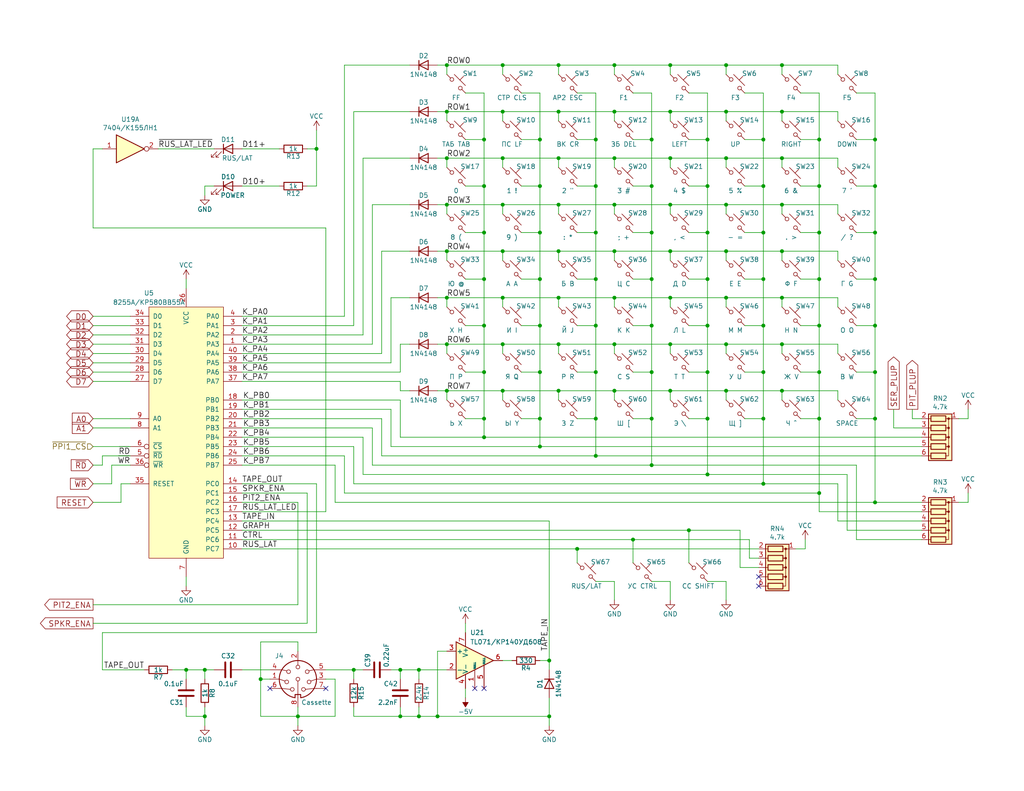
<source format=kicad_sch>
(kicad_sch (version 20211123) (generator eeschema)
  (paper "USLetter")
  (title_block (title "Radio-86RK") (date "2022-05-13") (rev "1.3") (company "Designed by Sergey Kiselev") (comment 1 "Based on the previous work by Alexey Khudyakov and Radio magazine publications") (comment 2 "Licensed under CERN-OHL-S: https://cern-ohl.web.cern.ch") (comment 3 "Documentation and design files: https://github.com/skiselev/radio-86rk") (comment 4 "Radio-86RK is an open source hardware project"))
  (junction (at 182.88 30.48))
  (junction (at 167.64 55.88))
  (junction (at 208.28 63.5))
  (junction (at 147.32 121.92))
  (junction (at 81.28 195.58))
  (junction (at 132.08 101.6))
  (junction (at 149.86 195.58))
  (junction (at 238.76 114.3))
  (junction (at 114.3 182.88))
  (junction (at 121.92 55.88))
  (junction (at 121.92 43.18))
  (junction (at 167.64 17.78))
  (junction (at 152.4 106.68))
  (junction (at 71.12 185.42))
  (junction (at 55.88 182.88))
  (junction (at 213.36 93.98))
  (junction (at 198.12 17.78))
  (junction (at 208.28 114.3))
  (junction (at 182.88 68.58))
  (junction (at 162.56 63.5))
  (junction (at 119.38 195.58))
  (junction (at 55.88 195.58))
  (junction (at 167.64 93.98))
  (junction (at 223.52 114.3))
  (junction (at 213.36 43.18))
  (junction (at 167.64 68.58))
  (junction (at 121.92 81.28))
  (junction (at 187.96 144.78))
  (junction (at 147.32 63.5))
  (junction (at 167.64 106.68))
  (junction (at 182.88 17.78))
  (junction (at 137.16 30.48))
  (junction (at 193.04 114.3))
  (junction (at 223.52 50.8))
  (junction (at 132.08 114.3))
  (junction (at 177.8 88.9))
  (junction (at 238.76 76.2))
  (junction (at 193.04 76.2))
  (junction (at 137.16 43.18))
  (junction (at 147.32 114.3))
  (junction (at 198.12 30.48))
  (junction (at 152.4 68.58))
  (junction (at 177.8 50.8))
  (junction (at 109.22 195.58))
  (junction (at 238.76 101.6))
  (junction (at 114.3 195.58))
  (junction (at 223.52 134.62))
  (junction (at 162.56 50.8))
  (junction (at 162.56 88.9))
  (junction (at 162.56 114.3))
  (junction (at 132.08 88.9))
  (junction (at 198.12 93.98))
  (junction (at 147.32 88.9))
  (junction (at 208.28 88.9))
  (junction (at 121.92 68.58))
  (junction (at 167.64 30.48))
  (junction (at 223.52 76.2))
  (junction (at 96.52 182.88))
  (junction (at 162.56 101.6))
  (junction (at 193.04 88.9))
  (junction (at 137.16 55.88))
  (junction (at 167.64 81.28))
  (junction (at 193.04 63.5))
  (junction (at 132.08 119.38))
  (junction (at 182.88 43.18))
  (junction (at 162.56 124.46))
  (junction (at 193.04 38.1))
  (junction (at 182.88 81.28))
  (junction (at 177.8 38.1))
  (junction (at 208.28 38.1))
  (junction (at 109.22 182.88))
  (junction (at 137.16 17.78))
  (junction (at 152.4 93.98))
  (junction (at 121.92 17.78))
  (junction (at 177.8 63.5))
  (junction (at 198.12 55.88))
  (junction (at 152.4 81.28))
  (junction (at 193.04 50.8))
  (junction (at 86.36 40.64))
  (junction (at 238.76 63.5))
  (junction (at 182.88 93.98))
  (junction (at 223.52 88.9))
  (junction (at 208.28 132.08))
  (junction (at 213.36 30.48))
  (junction (at 162.56 38.1))
  (junction (at 238.76 88.9))
  (junction (at 238.76 50.8))
  (junction (at 137.16 93.98))
  (junction (at 132.08 63.5))
  (junction (at 213.36 17.78))
  (junction (at 152.4 43.18))
  (junction (at 198.12 43.18))
  (junction (at 172.72 147.32))
  (junction (at 152.4 30.48))
  (junction (at 132.08 50.8))
  (junction (at 167.64 43.18))
  (junction (at 223.52 38.1))
  (junction (at 147.32 101.6))
  (junction (at 177.8 114.3))
  (junction (at 147.32 38.1))
  (junction (at 193.04 129.54))
  (junction (at 147.32 50.8))
  (junction (at 177.8 101.6))
  (junction (at 198.12 68.58))
  (junction (at 137.16 106.68))
  (junction (at 198.12 106.68))
  (junction (at 152.4 17.78))
  (junction (at 208.28 76.2))
  (junction (at 121.92 106.68))
  (junction (at 121.92 30.48))
  (junction (at 132.08 38.1))
  (junction (at 238.76 137.16))
  (junction (at 162.56 76.2))
  (junction (at 149.86 180.34))
  (junction (at 238.76 38.1))
  (junction (at 223.52 101.6))
  (junction (at 198.12 81.28))
  (junction (at 50.8 182.88))
  (junction (at 208.28 101.6))
  (junction (at 213.36 68.58))
  (junction (at 213.36 81.28))
  (junction (at 182.88 106.68))
  (junction (at 208.28 50.8))
  (junction (at 213.36 106.68))
  (junction (at 182.88 55.88))
  (junction (at 177.8 76.2))
  (junction (at 223.52 63.5))
  (junction (at 132.08 76.2))
  (junction (at 152.4 55.88))
  (junction (at 157.48 149.86))
  (junction (at 121.92 93.98))
  (junction (at 213.36 55.88))
  (junction (at 147.32 76.2))
  (junction (at 137.16 81.28))
  (junction (at 177.8 127))
  (junction (at 137.16 68.58))
  (junction (at 193.04 101.6))
  (no_connect (at 129.54 187.96))
  (no_connect (at 88.9 187.96))
  (no_connect (at 207.01 160.02))
  (no_connect (at 132.08 187.96))
  (no_connect (at 207.01 157.48))
  (no_connect (at 73.66 187.96))
  (wire (pts (xy 208.28 101.6) (xy 208.28 114.3)))
  (wire (pts (xy 152.4 93.98) (xy 167.64 93.98)))
  (wire (pts (xy 218.44 101.6) (xy 223.52 101.6)))
  (wire (pts (xy 132.08 119.38) (xy 251.46 119.38)))
  (wire (pts (xy 177.8 25.4) (xy 177.8 38.1)))
  (wire (pts (xy 203.2 38.1) (xy 208.28 38.1)))
  (wire (pts (xy 172.72 63.5) (xy 177.8 63.5)))
  (wire (pts (xy 203.2 25.4) (xy 208.28 25.4)))
  (wire (pts (xy 66.04 111.76) (xy 106.68 111.76)))
  (wire (pts (xy 71.12 185.42) (xy 71.12 175.26)))
  (wire (pts (xy 167.64 43.18) (xy 182.88 43.18)))
  (wire (pts (xy 207.01 152.4) (xy 204.47 152.4)))
  (wire (pts (xy 132.08 88.9) (xy 132.08 101.6)))
  (wire (pts (xy 58.42 40.64) (xy 43.18 40.64)))
  (wire (pts (xy 198.12 83.82) (xy 198.12 81.28)))
  (wire (pts (xy 33.02 137.16) (xy 33.02 132.08)))
  (wire (pts (xy 213.36 106.68) (xy 228.6 106.68)))
  (wire (pts (xy 149.86 142.24) (xy 149.86 180.34)))
  (wire (pts (xy 137.16 33.02) (xy 137.16 30.48)))
  (wire (pts (xy 147.32 121.92) (xy 147.32 114.3)))
  (wire (pts (xy 106.68 99.06) (xy 66.04 99.06)))
  (wire (pts (xy 106.68 121.92) (xy 147.32 121.92)))
  (wire (pts (xy 93.98 17.78) (xy 111.76 17.78)))
  (wire (pts (xy 121.92 33.02) (xy 121.92 30.48)))
  (wire (pts (xy 198.12 93.98) (xy 213.36 93.98)))
  (wire (pts (xy 132.08 76.2) (xy 132.08 88.9)))
  (wire (pts (xy 99.06 91.44) (xy 66.04 91.44)))
  (wire (pts (xy 137.16 96.52) (xy 137.16 93.98)))
  (wire (pts (xy 213.36 81.28) (xy 228.6 81.28)))
  (wire (pts (xy 177.8 158.75) (xy 182.88 158.75)))
  (wire (pts (xy 152.4 30.48) (xy 167.64 30.48)))
  (wire (pts (xy 114.3 195.58) (xy 114.3 193.04)))
  (wire (pts (xy 121.92 106.68) (xy 119.38 106.68)))
  (wire (pts (xy 223.52 88.9) (xy 223.52 101.6)))
  (wire (pts (xy 147.32 50.8) (xy 147.32 63.5)))
  (wire (pts (xy 213.36 55.88) (xy 228.6 55.88)))
  (wire (pts (xy 101.6 55.88) (xy 111.76 55.88)))
  (wire (pts (xy 177.8 101.6) (xy 177.8 114.3)))
  (wire (pts (xy 198.12 158.75) (xy 198.12 163.83)))
  (wire (pts (xy 132.08 25.4) (xy 132.08 38.1)))
  (wire (pts (xy 177.8 127) (xy 233.68 127)))
  (wire (pts (xy 104.14 68.58) (xy 111.76 68.58)))
  (wire (pts (xy 66.04 147.32) (xy 172.72 147.32)))
  (wire (pts (xy 55.88 193.04) (xy 55.88 195.58)))
  (wire (pts (xy 66.04 96.52) (xy 104.14 96.52)))
  (wire (pts (xy 251.46 137.16) (xy 238.76 137.16)))
  (wire (pts (xy 238.76 25.4) (xy 238.76 38.1)))
  (wire (pts (xy 231.14 144.78) (xy 251.46 144.78)))
  (wire (pts (xy 198.12 71.12) (xy 198.12 68.58)))
  (wire (pts (xy 157.48 50.8) (xy 162.56 50.8)))
  (wire (pts (xy 162.56 38.1) (xy 162.56 50.8)))
  (wire (pts (xy 213.36 96.52) (xy 213.36 93.98)))
  (wire (pts (xy 233.68 101.6) (xy 238.76 101.6)))
  (wire (pts (xy 157.48 114.3) (xy 162.56 114.3)))
  (wire (pts (xy 109.22 104.14) (xy 109.22 106.68)))
  (wire (pts (xy 213.36 30.48) (xy 228.6 30.48)))
  (wire (pts (xy 109.22 119.38) (xy 132.08 119.38)))
  (wire (pts (xy 73.66 185.42) (xy 71.12 185.42)))
  (wire (pts (xy 233.68 147.32) (xy 251.46 147.32)))
  (wire (pts (xy 83.82 134.62) (xy 83.82 170.18)))
  (wire (pts (xy 91.44 127) (xy 91.44 137.16)))
  (wire (pts (xy 149.86 190.5) (xy 149.86 195.58)))
  (wire (pts (xy 261.62 137.16) (xy 264.16 137.16)))
  (wire (pts (xy 96.52 182.88) (xy 96.52 185.42)))
  (wire (pts (xy 167.64 33.02) (xy 167.64 30.48)))
  (wire (pts (xy 106.68 81.28) (xy 111.76 81.28)))
  (wire (pts (xy 109.22 195.58) (xy 114.3 195.58)))
  (wire (pts (xy 193.04 38.1) (xy 193.04 50.8)))
  (wire (pts (xy 218.44 76.2) (xy 223.52 76.2)))
  (wire (pts (xy 182.88 109.22) (xy 182.88 106.68)))
  (wire (pts (xy 213.36 17.78) (xy 228.6 17.78)))
  (wire (pts (xy 233.68 114.3) (xy 238.76 114.3)))
  (wire (pts (xy 142.24 76.2) (xy 147.32 76.2)))
  (wire (pts (xy 101.6 55.88) (xy 101.6 93.98)))
  (wire (pts (xy 109.22 101.6) (xy 66.04 101.6)))
  (wire (pts (xy 182.88 17.78) (xy 198.12 17.78)))
  (wire (pts (xy 233.68 88.9) (xy 238.76 88.9)))
  (wire (pts (xy 193.04 101.6) (xy 193.04 114.3)))
  (wire (pts (xy 157.48 38.1) (xy 162.56 38.1)))
  (wire (pts (xy 25.4 127) (xy 27.94 127)))
  (wire (pts (xy 96.52 30.48) (xy 96.52 88.9)))
  (wire (pts (xy 50.8 182.88) (xy 55.88 182.88)))
  (wire (pts (xy 142.24 63.5) (xy 147.32 63.5)))
  (wire (pts (xy 261.62 114.3) (xy 264.16 114.3)))
  (wire (pts (xy 182.88 33.02) (xy 182.88 30.48)))
  (wire (pts (xy 187.96 114.3) (xy 193.04 114.3)))
  (wire (pts (xy 228.6 132.08) (xy 228.6 142.24)))
  (wire (pts (xy 88.9 139.7) (xy 88.9 62.23)))
  (wire (pts (xy 218.44 88.9) (xy 223.52 88.9)))
  (wire (pts (xy 132.08 119.38) (xy 132.08 114.3)))
  (wire (pts (xy 86.36 40.64) (xy 86.36 50.8)))
  (wire (pts (xy 233.68 25.4) (xy 238.76 25.4)))
  (wire (pts (xy 167.64 45.72) (xy 167.64 43.18)))
  (wire (pts (xy 187.96 50.8) (xy 193.04 50.8)))
  (wire (pts (xy 99.06 43.18) (xy 111.76 43.18)))
  (wire (pts (xy 152.4 71.12) (xy 152.4 68.58)))
  (wire (pts (xy 152.4 83.82) (xy 152.4 81.28)))
  (wire (pts (xy 93.98 86.36) (xy 93.98 17.78)))
  (wire (pts (xy 114.3 182.88) (xy 121.92 182.88)))
  (wire (pts (xy 167.64 68.58) (xy 182.88 68.58)))
  (wire (pts (xy 167.64 17.78) (xy 182.88 17.78)))
  (wire (pts (xy 86.36 132.08) (xy 86.36 172.72)))
  (wire (pts (xy 50.8 185.42) (xy 50.8 182.88)))
  (wire (pts (xy 152.4 45.72) (xy 152.4 43.18)))
  (wire (pts (xy 167.64 71.12) (xy 167.64 68.58)))
  (wire (pts (xy 66.04 124.46) (xy 93.98 124.46)))
  (wire (pts (xy 109.22 93.98) (xy 111.76 93.98)))
  (wire (pts (xy 127 76.2) (xy 132.08 76.2)))
  (wire (pts (xy 83.82 170.18) (xy 25.4 170.18)))
  (wire (pts (xy 167.64 83.82) (xy 167.64 81.28)))
  (wire (pts (xy 182.88 55.88) (xy 198.12 55.88)))
  (wire (pts (xy 137.16 180.34) (xy 139.7 180.34)))
  (wire (pts (xy 121.92 55.88) (xy 119.38 55.88)))
  (wire (pts (xy 66.04 114.3) (xy 104.14 114.3)))
  (wire (pts (xy 127 25.4) (xy 132.08 25.4)))
  (wire (pts (xy 142.24 38.1) (xy 147.32 38.1)))
  (wire (pts (xy 208.28 88.9) (xy 208.28 101.6)))
  (wire (pts (xy 147.32 25.4) (xy 147.32 38.1)))
  (wire (pts (xy 149.86 195.58) (xy 149.86 198.12)))
  (wire (pts (xy 203.2 76.2) (xy 208.28 76.2)))
  (wire (pts (xy 219.71 147.32) (xy 219.71 149.86)))
  (wire (pts (xy 217.17 149.86) (xy 219.71 149.86)))
  (wire (pts (xy 157.48 25.4) (xy 162.56 25.4)))
  (wire (pts (xy 55.88 182.88) (xy 58.42 182.88)))
  (wire (pts (xy 66.04 137.16) (xy 81.28 137.16)))
  (wire (pts (xy 233.68 50.8) (xy 238.76 50.8)))
  (wire (pts (xy 66.04 134.62) (xy 83.82 134.62)))
  (wire (pts (xy 88.9 62.23) (xy 25.4 62.23)))
  (wire (pts (xy 121.92 17.78) (xy 137.16 17.78)))
  (wire (pts (xy 114.3 195.58) (xy 119.38 195.58)))
  (wire (pts (xy 109.22 182.88) (xy 114.3 182.88)))
  (wire (pts (xy 121.92 58.42) (xy 121.92 55.88)))
  (wire (pts (xy 201.93 154.94) (xy 201.93 144.78)))
  (wire (pts (xy 172.72 88.9) (xy 177.8 88.9)))
  (wire (pts (xy 187.96 38.1) (xy 193.04 38.1)))
  (wire (pts (xy 238.76 137.16) (xy 238.76 114.3)))
  (wire (pts (xy 121.92 30.48) (xy 137.16 30.48)))
  (wire (pts (xy 25.4 116.84) (xy 35.56 116.84)))
  (wire (pts (xy 203.2 63.5) (xy 208.28 63.5)))
  (wire (pts (xy 187.96 25.4) (xy 193.04 25.4)))
  (wire (pts (xy 86.36 35.56) (xy 86.36 40.64)))
  (wire (pts (xy 213.36 71.12) (xy 213.36 68.58)))
  (wire (pts (xy 238.76 50.8) (xy 238.76 63.5)))
  (wire (pts (xy 66.04 109.22) (xy 109.22 109.22)))
  (wire (pts (xy 30.48 132.08) (xy 30.48 127)))
  (wire (pts (xy 71.12 195.58) (xy 71.12 185.42)))
  (wire (pts (xy 137.16 81.28) (xy 152.4 81.28)))
  (wire (pts (xy 228.6 30.48) (xy 228.6 33.02)))
  (wire (pts (xy 162.56 25.4) (xy 162.56 38.1)))
  (wire (pts (xy 177.8 63.5) (xy 177.8 76.2)))
  (wire (pts (xy 91.44 137.16) (xy 238.76 137.16)))
  (wire (pts (xy 66.04 104.14) (xy 109.22 104.14)))
  (wire (pts (xy 55.88 50.8) (xy 55.88 53.34)))
  (wire (pts (xy 177.8 38.1) (xy 177.8 50.8)))
  (wire (pts (xy 251.46 116.84) (xy 243.84 116.84)))
  (wire (pts (xy 58.42 50.8) (xy 55.88 50.8)))
  (wire (pts (xy 193.04 50.8) (xy 193.04 63.5)))
  (wire (pts (xy 223.52 38.1) (xy 223.52 50.8)))
  (wire (pts (xy 109.22 101.6) (xy 109.22 93.98)))
  (wire (pts (xy 231.14 129.54) (xy 231.14 144.78)))
  (wire (pts (xy 101.6 127) (xy 177.8 127)))
  (wire (pts (xy 66.04 139.7) (xy 88.9 139.7)))
  (wire (pts (xy 66.04 86.36) (xy 93.98 86.36)))
  (wire (pts (xy 127 63.5) (xy 132.08 63.5)))
  (wire (pts (xy 137.16 71.12) (xy 137.16 68.58)))
  (wire (pts (xy 162.56 88.9) (xy 162.56 101.6)))
  (wire (pts (xy 264.16 137.16) (xy 264.16 134.62)))
  (wire (pts (xy 157.48 63.5) (xy 162.56 63.5)))
  (wire (pts (xy 162.56 124.46) (xy 251.46 124.46)))
  (wire (pts (xy 213.36 58.42) (xy 213.36 55.88)))
  (wire (pts (xy 55.88 198.12) (xy 55.88 195.58)))
  (wire (pts (xy 193.04 129.54) (xy 193.04 114.3)))
  (wire (pts (xy 27.94 182.88) (xy 27.94 172.72)))
  (wire (pts (xy 187.96 63.5) (xy 193.04 63.5)))
  (wire (pts (xy 182.88 93.98) (xy 182.88 96.52)))
  (wire (pts (xy 213.36 109.22) (xy 213.36 106.68)))
  (wire (pts (xy 198.12 58.42) (xy 198.12 55.88)))
  (wire (pts (xy 182.88 58.42) (xy 182.88 55.88)))
  (wire (pts (xy 228.6 81.28) (xy 228.6 83.82)))
  (wire (pts (xy 147.32 76.2) (xy 147.32 88.9)))
  (wire (pts (xy 193.04 25.4) (xy 193.04 38.1)))
  (wire (pts (xy 167.64 109.22) (xy 167.64 106.68)))
  (wire (pts (xy 119.38 30.48) (xy 121.92 30.48)))
  (wire (pts (xy 204.47 147.32) (xy 172.72 147.32)))
  (wire (pts (xy 81.28 195.58) (xy 91.44 195.58)))
  (wire (pts (xy 167.64 30.48) (xy 182.88 30.48)))
  (wire (pts (xy 147.32 38.1) (xy 147.32 50.8)))
  (wire (pts (xy 162.56 63.5) (xy 162.56 76.2)))
  (wire (pts (xy 213.36 33.02) (xy 213.36 30.48)))
  (wire (pts (xy 187.96 101.6) (xy 193.04 101.6)))
  (wire (pts (xy 149.86 180.34) (xy 149.86 182.88)))
  (wire (pts (xy 198.12 96.52) (xy 198.12 93.98)))
  (wire (pts (xy 182.88 81.28) (xy 198.12 81.28)))
  (wire (pts (xy 50.8 157.48) (xy 50.8 160.02)))
  (wire (pts (xy 50.8 193.04) (xy 50.8 195.58)))
  (wire (pts (xy 25.4 132.08) (xy 30.48 132.08)))
  (wire (pts (xy 177.8 50.8) (xy 177.8 63.5)))
  (wire (pts (xy 96.52 193.04) (xy 96.52 195.58)))
  (wire (pts (xy 121.92 20.32) (xy 121.92 17.78)))
  (wire (pts (xy 152.4 58.42) (xy 152.4 55.88)))
  (wire (pts (xy 198.12 20.32) (xy 198.12 17.78)))
  (wire (pts (xy 142.24 88.9) (xy 147.32 88.9)))
  (wire (pts (xy 213.36 45.72) (xy 213.36 43.18)))
  (wire (pts (xy 172.72 25.4) (xy 177.8 25.4)))
  (wire (pts (xy 114.3 182.88) (xy 114.3 185.42)))
  (wire (pts (xy 193.04 129.54) (xy 231.14 129.54)))
  (wire (pts (xy 238.76 38.1) (xy 238.76 50.8)))
  (wire (pts (xy 228.6 68.58) (xy 228.6 71.12)))
  (wire (pts (xy 83.82 40.64) (xy 86.36 40.64)))
  (wire (pts (xy 121.92 93.98) (xy 137.16 93.98)))
  (wire (pts (xy 66.04 149.86) (xy 157.48 149.86)))
  (wire (pts (xy 25.4 40.64) (xy 27.94 40.64)))
  (wire (pts (xy 238.76 76.2) (xy 238.76 88.9)))
  (wire (pts (xy 27.94 172.72) (xy 86.36 172.72)))
  (wire (pts (xy 248.92 114.3) (xy 248.92 111.76)))
  (wire (pts (xy 223.52 25.4) (xy 223.52 38.1)))
  (wire (pts (xy 152.4 17.78) (xy 167.64 17.78)))
  (wire (pts (xy 208.28 132.08) (xy 228.6 132.08)))
  (wire (pts (xy 121.92 68.58) (xy 119.38 68.58)))
  (wire (pts (xy 50.8 195.58) (xy 55.88 195.58)))
  (wire (pts (xy 25.4 101.6) (xy 35.56 101.6)))
  (wire (pts (xy 27.94 124.46) (xy 35.56 124.46)))
  (wire (pts (xy 172.72 101.6) (xy 177.8 101.6)))
  (wire (pts (xy 99.06 129.54) (xy 193.04 129.54)))
  (wire (pts (xy 137.16 58.42) (xy 137.16 55.88)))
  (wire (pts (xy 142.24 114.3) (xy 147.32 114.3)))
  (wire (pts (xy 182.88 106.68) (xy 198.12 106.68)))
  (wire (pts (xy 119.38 17.78) (xy 121.92 17.78)))
  (wire (pts (xy 228.6 43.18) (xy 228.6 45.72)))
  (wire (pts (xy 187.96 88.9) (xy 193.04 88.9)))
  (wire (pts (xy 223.52 101.6) (xy 223.52 114.3)))
  (wire (pts (xy 152.4 55.88) (xy 167.64 55.88)))
  (wire (pts (xy 198.12 30.48) (xy 213.36 30.48)))
  (wire (pts (xy 25.4 88.9) (xy 35.56 88.9)))
  (wire (pts (xy 96.52 132.08) (xy 208.28 132.08)))
  (wire (pts (xy 76.2 50.8) (xy 66.04 50.8)))
  (wire (pts (xy 137.16 55.88) (xy 152.4 55.88)))
  (wire (pts (xy 167.64 106.68) (xy 182.88 106.68)))
  (wire (pts (xy 142.24 101.6) (xy 147.32 101.6)))
  (wire (pts (xy 187.96 76.2) (xy 193.04 76.2)))
  (wire (pts (xy 208.28 50.8) (xy 208.28 63.5)))
  (wire (pts (xy 25.4 121.92) (xy 35.56 121.92)))
  (wire (pts (xy 66.04 182.88) (xy 73.66 182.88)))
  (wire (pts (xy 81.28 165.1) (xy 25.4 165.1)))
  (wire (pts (xy 223.52 63.5) (xy 223.52 76.2)))
  (wire (pts (xy 137.16 83.82) (xy 137.16 81.28)))
  (wire (pts (xy 152.4 43.18) (xy 167.64 43.18)))
  (wire (pts (xy 25.4 86.36) (xy 35.56 86.36)))
  (wire (pts (xy 218.44 50.8) (xy 223.52 50.8)))
  (wire (pts (xy 182.88 158.75) (xy 182.88 163.83)))
  (wire (pts (xy 137.16 43.18) (xy 152.4 43.18)))
  (wire (pts (xy 182.88 43.18) (xy 198.12 43.18)))
  (wire (pts (xy 137.16 20.32) (xy 137.16 17.78)))
  (wire (pts (xy 66.04 116.84) (xy 101.6 116.84)))
  (wire (pts (xy 147.32 180.34) (xy 149.86 180.34)))
  (wire (pts (xy 152.4 81.28) (xy 167.64 81.28)))
  (wire (pts (xy 238.76 101.6) (xy 238.76 114.3)))
  (wire (pts (xy 50.8 76.2) (xy 50.8 78.74)))
  (wire (pts (xy 106.68 182.88) (xy 109.22 182.88)))
  (wire (pts (xy 162.56 76.2) (xy 162.56 88.9)))
  (wire (pts (xy 243.84 116.84) (xy 243.84 111.76)))
  (wire (pts (xy 152.4 33.02) (xy 152.4 30.48)))
  (wire (pts (xy 182.88 71.12) (xy 182.88 68.58)))
  (wire (pts (xy 172.72 114.3) (xy 177.8 114.3)))
  (wire (pts (xy 193.04 88.9) (xy 193.04 101.6)))
  (wire (pts (xy 132.08 38.1) (xy 132.08 50.8)))
  (wire (pts (xy 33.02 132.08) (xy 35.56 132.08)))
  (wire (pts (xy 193.04 76.2) (xy 193.04 88.9)))
  (wire (pts (xy 182.88 45.72) (xy 182.88 43.18)))
  (wire (pts (xy 121.92 109.22) (xy 121.92 106.68)))
  (wire (pts (xy 127 114.3) (xy 132.08 114.3)))
  (wire (pts (xy 167.64 20.32) (xy 167.64 17.78)))
  (wire (pts (xy 238.76 88.9) (xy 238.76 101.6)))
  (wire (pts (xy 203.2 88.9) (xy 208.28 88.9)))
  (wire (pts (xy 30.48 127) (xy 35.56 127)))
  (wire (pts (xy 66.04 144.78) (xy 187.96 144.78)))
  (wire (pts (xy 27.94 127) (xy 27.94 124.46)))
  (wire (pts (xy 172.72 50.8) (xy 177.8 50.8)))
  (wire (pts (xy 182.88 83.82) (xy 182.88 81.28)))
  (wire (pts (xy 25.4 93.98) (xy 35.56 93.98)))
  (wire (pts (xy 203.2 101.6) (xy 208.28 101.6)))
  (wire (pts (xy 66.04 121.92) (xy 96.52 121.92)))
  (wire (pts (xy 25.4 99.06) (xy 35.56 99.06)))
  (wire (pts (xy 132.08 101.6) (xy 132.08 114.3)))
  (wire (pts (xy 162.56 50.8) (xy 162.56 63.5)))
  (wire (pts (xy 157.48 101.6) (xy 162.56 101.6)))
  (wire (pts (xy 127 101.6) (xy 132.08 101.6)))
  (wire (pts (xy 127 187.96) (xy 127 190.5)))
  (wire (pts (xy 101.6 116.84) (xy 101.6 127)))
  (wire (pts (xy 83.82 50.8) (xy 86.36 50.8)))
  (wire (pts (xy 167.64 58.42) (xy 167.64 55.88)))
  (wire (pts (xy 132.08 63.5) (xy 132.08 76.2)))
  (wire (pts (xy 121.92 43.18) (xy 137.16 43.18)))
  (wire (pts (xy 218.44 25.4) (xy 223.52 25.4)))
  (wire (pts (xy 238.76 63.5) (xy 238.76 76.2)))
  (wire (pts (xy 223.52 76.2) (xy 223.52 88.9)))
  (wire (pts (xy 121.92 71.12) (xy 121.92 68.58)))
  (wire (pts (xy 208.28 63.5) (xy 208.28 76.2)))
  (wire (pts (xy 213.36 43.18) (xy 228.6 43.18)))
  (wire (pts (xy 93.98 124.46) (xy 93.98 134.62)))
  (wire (pts (xy 25.4 137.16) (xy 33.02 137.16)))
  (wire (pts (xy 88.9 182.88) (xy 96.52 182.88)))
  (wire (pts (xy 167.64 96.52) (xy 167.64 93.98)))
  (wire (pts (xy 193.04 63.5) (xy 193.04 76.2)))
  (wire (pts (xy 208.28 76.2) (xy 208.28 88.9)))
  (wire (pts (xy 147.32 101.6) (xy 147.32 114.3)))
  (wire (pts (xy 46.99 182.88) (xy 50.8 182.88)))
  (wire (pts (xy 228.6 55.88) (xy 228.6 58.42)))
  (wire (pts (xy 104.14 124.46) (xy 162.56 124.46)))
  (wire (pts (xy 93.98 134.62) (xy 223.52 134.62)))
  (wire (pts (xy 96.52 88.9) (xy 66.04 88.9)))
  (wire (pts (xy 91.44 195.58) (xy 91.44 185.42)))
  (wire (pts (xy 213.36 93.98) (xy 228.6 93.98)))
  (wire (pts (xy 208.28 132.08) (xy 208.28 114.3)))
  (wire (pts (xy 109.22 182.88) (xy 109.22 185.42)))
  (wire (pts (xy 157.48 88.9) (xy 162.56 88.9)))
  (wire (pts (xy 187.96 144.78) (xy 187.96 153.67)))
  (wire (pts (xy 39.37 182.88) (xy 27.94 182.88)))
  (wire (pts (xy 127 50.8) (xy 132.08 50.8)))
  (wire (pts (xy 137.16 109.22) (xy 137.16 106.68)))
  (wire (pts (xy 127 170.18) (xy 127 172.72)))
  (wire (pts (xy 25.4 114.3) (xy 35.56 114.3)))
  (wire (pts (xy 207.01 154.94) (xy 201.93 154.94)))
  (wire (pts (xy 198.12 45.72) (xy 198.12 43.18)))
  (wire (pts (xy 182.88 93.98) (xy 198.12 93.98)))
  (wire (pts (xy 132.08 50.8) (xy 132.08 63.5)))
  (wire (pts (xy 66.04 132.08) (xy 86.36 132.08)))
  (wire (pts (xy 109.22 195.58) (xy 109.22 193.04)))
  (wire (pts (xy 25.4 91.44) (xy 35.56 91.44)))
  (wire (pts (xy 81.28 193.04) (xy 81.28 195.58)))
  (wire (pts (xy 121.92 68.58) (xy 137.16 68.58)))
  (wire (pts (xy 201.93 144.78) (xy 187.96 144.78)))
  (wire (pts (xy 162.56 124.46) (xy 162.56 114.3)))
  (wire (pts (xy 208.28 25.4) (xy 208.28 38.1)))
  (wire (pts (xy 162.56 158.75) (xy 167.64 158.75)))
  (wire (pts (xy 218.44 38.1) (xy 223.52 38.1)))
  (wire (pts (xy 106.68 111.76) (xy 106.68 121.92)))
  (wire (pts (xy 121.92 93.98) (xy 119.38 93.98)))
  (wire (pts (xy 157.48 149.86) (xy 157.48 153.67)))
  (wire (pts (xy 162.56 101.6) (xy 162.56 114.3)))
  (wire (pts (xy 104.14 96.52) (xy 104.14 68.58)))
  (wire (pts (xy 233.68 76.2) (xy 238.76 76.2)))
  (wire (pts (xy 218.44 63.5) (xy 223.52 63.5)))
  (wire (pts (xy 172.72 147.32) (xy 172.72 153.67)))
  (wire (pts (xy 213.36 68.58) (xy 228.6 68.58)))
  (wire (pts (xy 223.52 139.7) (xy 223.52 134.62)))
  (wire (pts (xy 152.4 68.58) (xy 167.64 68.58)))
  (wire (pts (xy 76.2 40.64) (xy 66.04 40.64)))
  (wire (pts (xy 137.16 106.68) (xy 152.4 106.68)))
  (wire (pts (xy 121.92 45.72) (xy 121.92 43.18)))
  (wire (pts (xy 167.64 158.75) (xy 167.64 163.83)))
  (wire (pts (xy 198.12 106.68) (xy 213.36 106.68)))
  (wire (pts (xy 152.4 93.98) (xy 152.4 96.52)))
  (wire (pts (xy 228.6 142.24) (xy 251.46 142.24)))
  (wire (pts (xy 223.52 50.8) (xy 223.52 63.5)))
  (wire (pts (xy 213.36 20.32) (xy 213.36 17.78)))
  (wire (pts (xy 25.4 104.14) (xy 35.56 104.14)))
  (wire (pts (xy 198.12 68.58) (xy 213.36 68.58)))
  (wire (pts (xy 198.12 55.88) (xy 213.36 55.88)))
  (wire (pts (xy 177.8 88.9) (xy 177.8 101.6)))
  (wire (pts (xy 66.04 142.24) (xy 149.86 142.24)))
  (wire (pts (xy 81.28 195.58) (xy 81.28 198.12)))
  (wire (pts (xy 172.72 38.1) (xy 177.8 38.1)))
  (wire (pts (xy 99.06 43.18) (xy 99.06 91.44)))
  (wire (pts (xy 96.52 182.88) (xy 99.06 182.88)))
  (wire (pts (xy 198.12 33.02) (xy 198.12 30.48)))
  (wire (pts (xy 142.24 25.4) (xy 147.32 25.4)))
  (wire (pts (xy 182.88 30.48) (xy 198.12 30.48)))
  (wire (pts (xy 198.12 17.78) (xy 213.36 17.78)))
  (wire (pts (xy 251.46 114.3) (xy 248.92 114.3)))
  (wire (pts (xy 198.12 81.28) (xy 213.36 81.28)))
  (wire (pts (xy 177.8 76.2) (xy 177.8 88.9)))
  (wire (pts (xy 121.92 96.52) (xy 121.92 93.98)))
  (wire (pts (xy 137.16 68.58) (xy 152.4 68.58)))
  (wire (pts (xy 182.88 20.32) (xy 182.88 17.78)))
  (wire (pts (xy 121.92 83.82) (xy 121.92 81.28)))
  (wire (pts (xy 152.4 20.32) (xy 152.4 17.78)))
  (wire (pts (xy 228.6 93.98) (xy 228.6 96.52)))
  (wire (pts (xy 119.38 177.8) (xy 119.38 195.58)))
  (wire (pts (xy 121.92 55.88) (xy 137.16 55.88)))
  (wire (pts (xy 223.52 134.62) (xy 223.52 114.3)))
  (wire (pts (xy 99.06 119.38) (xy 99.06 129.54)))
  (wire (pts (xy 203.2 114.3) (xy 208.28 114.3)))
  (wire (pts (xy 121.92 81.28) (xy 119.38 81.28)))
  (wire (pts (xy 228.6 106.68) (xy 228.6 109.22)))
  (wire (pts (xy 96.52 30.48) (xy 111.76 30.48)))
  (wire (pts (xy 121.92 177.8) (xy 119.38 177.8)))
  (wire (pts (xy 25.4 62.23) (xy 25.4 40.64)))
  (wire (pts (xy 167.64 81.28) (xy 182.88 81.28)))
  (wire (pts (xy 91.44 185.42) (xy 88.9 185.42)))
  (wire (pts (xy 137.16 17.78) (xy 152.4 17.78)))
  (wire (pts (xy 198.12 109.22) (xy 198.12 106.68)))
  (wire (pts (xy 264.16 114.3) (xy 264.16 111.76)))
  (wire (pts (xy 121.92 81.28) (xy 137.16 81.28)))
  (wire (pts (xy 233.68 38.1) (xy 238.76 38.1)))
  (wire (pts (xy 137.16 45.72) (xy 137.16 43.18)))
  (wire (pts (xy 121.92 43.18) (xy 119.38 43.18)))
  (wire (pts (xy 157.48 76.2) (xy 162.56 76.2)))
  (wire (pts (xy 81.28 175.26) (xy 81.28 177.8)))
  (wire (pts (xy 81.28 137.16) (xy 81.28 165.1)))
  (wire (pts (xy 55.88 182.88) (xy 55.88 185.42)))
  (wire (pts (xy 233.68 127) (xy 233.68 147.32)))
  (wire (pts (xy 104.14 114.3) (xy 104.14 124.46)))
  (wire (pts (xy 137.16 30.48) (xy 152.4 30.48)))
  (wire (pts (xy 177.8 127) (xy 177.8 114.3)))
  (wire (pts (xy 66.04 119.38) (xy 99.06 119.38)))
  (wire (pts (xy 208.28 38.1) (xy 208.28 50.8)))
  (wire (pts (xy 213.36 83.82) (xy 213.36 81.28)))
  (wire (pts (xy 101.6 93.98) (xy 66.04 93.98)))
  (wire (pts (xy 228.6 20.32) (xy 228.6 17.78)))
  (wire (pts (xy 182.88 68.58) (xy 198.12 68.58)))
  (wire (pts (xy 167.64 93.98) (xy 182.88 93.98)))
  (wire (pts (xy 71.12 175.26) (xy 81.28 175.26)))
  (wire (pts (xy 109.22 106.68) (xy 111.76 106.68)))
  (wire (pts (xy 204.47 152.4) (xy 204.47 147.32)))
  (wire (pts (xy 147.32 88.9) (xy 147.32 101.6)))
  (wire (pts (xy 127 88.9) (xy 132.08 88.9)))
  (wire (pts (xy 121.92 106.68) (xy 137.16 106.68)))
  (wire (pts (xy 251.46 139.7) (xy 223.52 139.7)))
  (wire (pts (xy 147.32 63.5) (xy 147.32 76.2)))
  (wire (pts (xy 172.72 76.2) (xy 177.8 76.2)))
  (wire (pts (xy 96.52 195.58) (xy 109.22 195.58)))
  (wire (pts (xy 218.44 114.3) (xy 223.52 114.3)))
  (wire (pts (xy 152.4 109.22) (xy 152.4 106.68)))
  (wire (pts (xy 66.04 127) (xy 91.44 127)))
  (wire (pts (xy 207.01 149.86) (xy 157.48 149.86)))
  (wire (pts (xy 193.04 158.75) (xy 198.12 158.75)))
  (wire (pts (xy 109.22 109.22) (xy 109.22 119.38)))
  (wire (pts (xy 96.52 121.92) (xy 96.52 132.08)))
  (wire (pts (xy 167.64 55.88) (xy 182.88 55.88)))
  (wire (pts (xy 25.4 96.52) (xy 35.56 96.52)))
  (wire (pts (xy 152.4 106.68) (xy 167.64 106.68)))
  (wire (pts (xy 119.38 195.58) (xy 149.86 195.58)))
  (wire (pts (xy 203.2 50.8) (xy 208.28 50.8)))
  (wire (pts (xy 127 38.1) (xy 132.08 38.1)))
  (wire (pts (xy 142.24 50.8) (xy 147.32 50.8)))
  (wire (pts (xy 137.16 93.98) (xy 152.4 93.98)))
  (wire (pts (xy 233.68 63.5) (xy 238.76 63.5)))
  (wire (pts (xy 81.28 195.58) (xy 71.12 195.58)))
  (wire (pts (xy 198.12 43.18) (xy 213.36 43.18)))
  (wire (pts (xy 106.68 81.28) (xy 106.68 99.06)))
  (wire (pts (xy 147.32 121.92) (xy 251.46 121.92)))
  (label "K_PB7" (at 73.66 127 180) (effects (font (size 1.524 1.524))))
  (label "D11+" (at 66.04 40.64 0) (effects (font (size 1.524 1.524))))
  (label "RUS_LAT_LED" (at 66.04 139.7 0) (effects (font (size 1.524 1.524))))
  (label "ROW2" (at 121.92 43.18 0) (effects (font (size 1.524 1.524))))
  (label "PIT2_ENA" (at 66.04 137.16 0) (effects (font (size 1.524 1.524))))
  (label "ROW5" (at 121.92 81.28 0) (effects (font (size 1.524 1.524))))
  (label "ROW0" (at 121.92 17.78 0) (effects (font (size 1.524 1.524))))
  (label "~{WR}" (at 35.56 127 180) (effects (font (size 1.524 1.524))))
  (label "K_PA4" (at 66.04 96.52 0) (effects (font (size 1.524 1.524))))
  (label "K_PB1" (at 73.66 111.76 180) (effects (font (size 1.524 1.524))))
  (label "K_PB2" (at 73.66 114.3 180) (effects (font (size 1.524 1.524))))
  (label "TAPE_IN" (at 66.04 142.24 0) (effects (font (size 1.524 1.524))))
  (label "K_PA7" (at 66.04 104.14 0) (effects (font (size 1.524 1.524))))
  (label "ROW4" (at 121.92 68.58 0) (effects (font (size 1.524 1.524))))
  (label "K_PB4" (at 73.66 119.38 180) (effects (font (size 1.524 1.524))))
  (label "GRAPH" (at 66.04 144.78 0) (effects (font (size 1.524 1.524))))
  (label "K_PB3" (at 73.66 116.84 180) (effects (font (size 1.524 1.524))))
  (label "RUS_LAT" (at 66.04 149.86 0) (effects (font (size 1.524 1.524))))
  (label "TAPE_OUT" (at 66.04 132.08 0) (effects (font (size 1.524 1.524))))
  (label "ROW6" (at 121.92 93.98 0) (effects (font (size 1.524 1.524))))
  (label "TAPE_IN" (at 149.86 177.8 90) (effects (font (size 1.524 1.524))))
  (label "K_PA6" (at 66.04 101.6 0) (effects (font (size 1.524 1.524))))
  (label "K_PA5" (at 66.04 99.06 0) (effects (font (size 1.524 1.524))))
  (label "K_PA1" (at 66.04 88.9 0) (effects (font (size 1.524 1.524))))
  (label "TAPE_OUT" (at 39.37 182.88 180) (effects (font (size 1.524 1.524))))
  (label "K_PB5" (at 73.66 121.92 180) (effects (font (size 1.524 1.524))))
  (label "SPKR_ENA" (at 66.04 134.62 0) (effects (font (size 1.524 1.524))))
  (label "ROW3" (at 121.92 55.88 0) (effects (font (size 1.524 1.524))))
  (label "D10+" (at 66.04 50.8 0) (effects (font (size 1.524 1.524))))
  (label "K_PA2" (at 66.04 91.44 0) (effects (font (size 1.524 1.524))))
  (label "K_PA0" (at 66.04 86.36 0) (effects (font (size 1.524 1.524))))
  (label "K_PB6" (at 73.66 124.46 180) (effects (font (size 1.524 1.524))))
  (label "ROW1" (at 121.92 30.48 0) (effects (font (size 1.524 1.524))))
  (label "~{RD}" (at 35.56 124.46 180) (effects (font (size 1.524 1.524))))
  (label "CTRL" (at 66.04 147.32 0) (effects (font (size 1.524 1.524))))
  (label "K_PB0" (at 73.66 109.22 180) (effects (font (size 1.524 1.524))))
  (label "ROW7" (at 121.92 106.68 0) (effects (font (size 1.524 1.524))))
  (label "~{RUS_LAT_LED}" (at 43.18 40.64 0) (effects (font (size 1.524 1.524))))
  (label "K_PA3" (at 66.04 93.98 0) (effects (font (size 1.524 1.524))))
  (global_label "SER_PLUP" (shape output) (at 243.84 111.76 90) (effects (font (size 1.524 1.524))) (property "Intersheet References" "${INTERSHEET_REFS}" (effects hide)))
  (global_label "A0" (shape input) (at 25.4 114.3 180) (effects (font (size 1.524 1.524))) (property "Intersheet References" "${INTERSHEET_REFS}" (effects hide)))
  (global_label "RESET" (shape input) (at 25.4 137.16 180) (effects (font (size 1.524 1.524))) (property "Intersheet References" "${INTERSHEET_REFS}" (effects hide)))
  (global_label "D0" (shape bidirectional) (at 25.4 86.36 180) (effects (font (size 1.524 1.524))) (property "Intersheet References" "${INTERSHEET_REFS}" (effects hide)))
  (global_label "D5" (shape bidirectional) (at 25.4 99.06 180) (effects (font (size 1.524 1.524))) (property "Intersheet References" "${INTERSHEET_REFS}" (effects hide)))
  (global_label "D1" (shape bidirectional) (at 25.4 88.9 180) (effects (font (size 1.524 1.524))) (property "Intersheet References" "${INTERSHEET_REFS}" (effects hide)))
  (global_label "~{WR}" (shape input) (at 25.4 132.08 180) (effects (font (size 1.524 1.524))) (property "Intersheet References" "${INTERSHEET_REFS}" (effects hide)))
  (global_label "A1" (shape input) (at 25.4 116.84 180) (effects (font (size 1.524 1.524))) (property "Intersheet References" "${INTERSHEET_REFS}" (effects hide)))
  (global_label "D3" (shape bidirectional) (at 25.4 93.98 180) (effects (font (size 1.524 1.524))) (property "Intersheet References" "${INTERSHEET_REFS}" (effects hide)))
  (global_label "D4" (shape bidirectional) (at 25.4 96.52 180) (effects (font (size 1.524 1.524))) (property "Intersheet References" "${INTERSHEET_REFS}" (effects hide)))
  (global_label "PIT2_ENA" (shape output) (at 25.4 165.1 180) (effects (font (size 1.524 1.524))) (property "Intersheet References" "${INTERSHEET_REFS}" (effects hide)))
  (global_label "PIT_PLUP" (shape output) (at 248.92 111.76 90) (effects (font (size 1.524 1.524))) (property "Intersheet References" "${INTERSHEET_REFS}" (effects hide)))
  (global_label "D6" (shape bidirectional) (at 25.4 101.6 180) (effects (font (size 1.524 1.524))) (property "Intersheet References" "${INTERSHEET_REFS}" (effects hide)))
  (global_label "~{RD}" (shape input) (at 25.4 127 180) (effects (font (size 1.524 1.524))) (property "Intersheet References" "${INTERSHEET_REFS}" (effects hide)))
  (global_label "D7" (shape bidirectional) (at 25.4 104.14 180) (effects (font (size 1.524 1.524))) (property "Intersheet References" "${INTERSHEET_REFS}" (effects hide)))
  (global_label "SPKR_ENA" (shape output) (at 25.4 170.18 180) (effects (font (size 1.524 1.524))) (property "Intersheet References" "${INTERSHEET_REFS}" (effects hide)))
  (global_label "D2" (shape bidirectional) (at 25.4 91.44 180) (effects (font (size 1.524 1.524))) (property "Intersheet References" "${INTERSHEET_REFS}" (effects hide)))
  (hierarchical_label "~{PPI1_CS}" (shape input) (at 25.4 121.92 180) (effects (font (size 1.524 1.524))))
  (symbol (lib_id "Switch:SW_Push_45deg") (at 124.46 22.86 0) (unit 1)
    (property "Reference" "SW1" (at 128.27 20.066 0))
    (property "Value" "FF" (at 124.46 26.67 0))
    (property "Footprint" "Cherry_MX:CHERRY_PCB_100H" (effects hide))
  )
  (symbol (lib_id "Switch:SW_Push_45deg") (at 139.7 22.86 0) (unit 1)
    (property "Reference" "SW2" (at 143.51 20.066 0))
    (property "Value" "СТР CLS" (at 139.7 26.67 0))
    (property "Footprint" "Cherry_MX:CHERRY_PCB_100H" (effects hide))
  )
  (symbol (lib_id "Switch:SW_Push_45deg") (at 139.7 35.56 0) (unit 1)
    (property "Reference" "SW10" (at 143.51 32.766 0))
    (property "Value" "ПС LF" (at 139.7 39.37 0))
    (property "Footprint" "Cherry_MX:CHERRY_PCB_100H" (effects hide))
  )
  (symbol (lib_id "Switch:SW_Push_45deg") (at 154.94 35.56 0) (unit 1)
    (property "Reference" "SW11" (at 158.75 32.766 0))
    (property "Value" "ВК CR" (at 154.94 39.37 0))
    (property "Footprint" "Cherry_MX:CHERRY_PCB_225H" (effects hide))
  )
  (symbol (lib_id "Switch:SW_Push_45deg") (at 154.94 22.86 0) (unit 1)
    (property "Reference" "SW3" (at 158.75 20.066 0))
    (property "Value" "АР2 ESC" (at 154.94 26.67 0))
    (property "Footprint" "Cherry_MX:CHERRY_PCB_100H" (effects hide))
  )
  (symbol (lib_id "Switch:SW_Push_45deg") (at 170.18 22.86 0) (unit 1)
    (property "Reference" "SW4" (at 173.99 20.066 0))
    (property "Value" "F1" (at 170.18 26.67 0))
    (property "Footprint" "Cherry_MX:CHERRY_PCB_100H" (effects hide))
  )
  (symbol (lib_id "Switch:SW_Push_45deg") (at 170.18 35.56 0) (unit 1)
    (property "Reference" "SW12" (at 173.99 32.766 0))
    (property "Value" "ЗБ DEL" (at 170.18 39.37 0))
    (property "Footprint" "Cherry_MX:CHERRY_PCB_100H" (effects hide))
  )
  (symbol (lib_id "Switch:SW_Push_45deg") (at 185.42 35.56 0) (unit 1)
    (property "Reference" "SW13" (at 189.23 32.766 0))
    (property "Value" "LEFT" (at 185.42 39.37 0))
    (property "Footprint" "Cherry_MX:CHERRY_PCB_100H" (effects hide))
  )
  (symbol (lib_id "Switch:SW_Push_45deg") (at 185.42 22.86 0) (unit 1)
    (property "Reference" "SW5" (at 189.23 20.066 0))
    (property "Value" "F2" (at 185.42 26.67 0))
    (property "Footprint" "Cherry_MX:CHERRY_PCB_100H" (effects hide))
  )
  (symbol (lib_id "Switch:SW_Push_45deg") (at 200.66 22.86 0) (unit 1)
    (property "Reference" "SW6" (at 204.47 20.066 0))
    (property "Value" "F3" (at 200.66 26.67 0))
    (property "Footprint" "Cherry_MX:CHERRY_PCB_100H" (effects hide))
  )
  (symbol (lib_id "Switch:SW_Push_45deg") (at 200.66 35.56 0) (unit 1)
    (property "Reference" "SW14" (at 204.47 32.766 0))
    (property "Value" "UP" (at 200.66 39.37 0))
    (property "Footprint" "Cherry_MX:CHERRY_PCB_100H" (effects hide))
  )
  (symbol (lib_id "Switch:SW_Push_45deg") (at 215.9 35.56 0) (unit 1)
    (property "Reference" "SW15" (at 219.71 32.766 0))
    (property "Value" "RIGHT" (at 215.9 39.37 0))
    (property "Footprint" "Cherry_MX:CHERRY_PCB_100H" (effects hide))
  )
  (symbol (lib_id "Switch:SW_Push_45deg") (at 215.9 22.86 0) (unit 1)
    (property "Reference" "SW7" (at 219.71 20.066 0))
    (property "Value" "F4" (at 215.9 26.67 0))
    (property "Footprint" "Cherry_MX:CHERRY_PCB_100H" (effects hide))
  )
  (symbol (lib_id "Switch:SW_Push_45deg") (at 124.46 35.56 0) (unit 1)
    (property "Reference" "SW9" (at 128.27 32.766 0))
    (property "Value" "ТАБ TAB" (at 124.46 39.37 0))
    (property "Footprint" "Cherry_MX:CHERRY_PCB_100H" (effects hide))
  )
  (symbol (lib_id "Switch:SW_Push_45deg") (at 231.14 35.56 0) (unit 1)
    (property "Reference" "SW16" (at 234.95 32.766 0))
    (property "Value" "DOWN" (at 231.14 39.37 0))
    (property "Footprint" "Cherry_MX:CHERRY_PCB_100H" (effects hide))
  )
  (symbol (lib_id "Switch:SW_Push_45deg") (at 124.46 48.26 0) (unit 1)
    (property "Reference" "SW17" (at 128.27 45.466 0))
    (property "Value" "0" (at 124.46 52.07 0))
    (property "Footprint" "Cherry_MX:CHERRY_PCB_100H" (effects hide))
  )
  (symbol (lib_id "Switch:SW_Push_45deg") (at 139.7 48.26 0) (unit 1)
    (property "Reference" "SW18" (at 143.51 45.466 0))
    (property "Value" "1 !" (at 139.7 52.07 0))
    (property "Footprint" "Cherry_MX:CHERRY_PCB_100H" (effects hide))
  )
  (symbol (lib_id "Switch:SW_Push_45deg") (at 154.94 48.26 0) (unit 1)
    (property "Reference" "SW19" (at 158.75 45.466 0))
    (property "Value" "2 \"" (at 154.94 52.07 0))
    (property "Footprint" "Cherry_MX:CHERRY_PCB_100H" (effects hide))
  )
  (symbol (lib_id "Switch:SW_Push_45deg") (at 139.7 60.96 0) (unit 1)
    (property "Reference" "SW26" (at 143.51 58.166 0))
    (property "Value" "9 )" (at 139.7 64.77 0))
    (property "Footprint" "Cherry_MX:CHERRY_PCB_100H" (effects hide))
  )
  (symbol (lib_id "Switch:SW_Push_45deg") (at 154.94 60.96 0) (unit 1)
    (property "Reference" "SW27" (at 158.75 58.166 0))
    (property "Value" ": *" (at 154.94 64.77 0))
    (property "Footprint" "Cherry_MX:CHERRY_PCB_100H" (effects hide))
  )
  (symbol (lib_id "Switch:SW_Push_45deg") (at 170.18 48.26 0) (unit 1)
    (property "Reference" "SW20" (at 173.99 45.466 0))
    (property "Value" "3 #" (at 170.18 52.07 0))
    (property "Footprint" "Cherry_MX:CHERRY_PCB_100H" (effects hide))
  )
  (symbol (lib_id "Switch:SW_Push_45deg") (at 185.42 48.26 0) (unit 1)
    (property "Reference" "SW21" (at 189.23 45.466 0))
    (property "Value" "4 $" (at 185.42 52.07 0))
    (property "Footprint" "Cherry_MX:CHERRY_PCB_100H" (effects hide))
  )
  (symbol (lib_id "Switch:SW_Push_45deg") (at 170.18 60.96 0) (unit 1)
    (property "Reference" "SW28" (at 173.99 58.166 0))
    (property "Value" "; +" (at 170.18 64.77 0))
    (property "Footprint" "Cherry_MX:CHERRY_PCB_100H" (effects hide))
  )
  (symbol (lib_id "Switch:SW_Push_45deg") (at 185.42 60.96 0) (unit 1)
    (property "Reference" "SW29" (at 189.23 58.166 0))
    (property "Value" ", <" (at 185.42 64.77 0))
    (property "Footprint" "Cherry_MX:CHERRY_PCB_100H" (effects hide))
  )
  (symbol (lib_id "Switch:SW_Push_45deg") (at 200.66 48.26 0) (unit 1)
    (property "Reference" "SW22" (at 204.47 45.466 0))
    (property "Value" "5 %" (at 200.66 52.07 0))
    (property "Footprint" "Cherry_MX:CHERRY_PCB_100H" (effects hide))
  )
  (symbol (lib_id "Switch:SW_Push_45deg") (at 215.9 48.26 0) (unit 1)
    (property "Reference" "SW23" (at 219.71 45.466 0))
    (property "Value" "6 &" (at 215.9 52.07 0))
    (property "Footprint" "Cherry_MX:CHERRY_PCB_100H" (effects hide))
  )
  (symbol (lib_id "Switch:SW_Push_45deg") (at 200.66 60.96 0) (unit 1)
    (property "Reference" "SW30" (at 204.47 58.166 0))
    (property "Value" "- =" (at 200.66 64.77 0))
    (property "Footprint" "Cherry_MX:CHERRY_PCB_100H" (effects hide))
  )
  (symbol (lib_id "Switch:SW_Push_45deg") (at 215.9 60.96 0) (unit 1)
    (property "Reference" "SW31" (at 219.71 58.166 0))
    (property "Value" ". >" (at 215.9 64.77 0))
    (property "Footprint" "Cherry_MX:CHERRY_PCB_100H" (effects hide))
  )
  (symbol (lib_id "Switch:SW_Push_45deg") (at 231.14 48.26 0) (unit 1)
    (property "Reference" "SW24" (at 234.95 45.466 0))
    (property "Value" "7 '" (at 231.14 52.07 0))
    (property "Footprint" "Cherry_MX:CHERRY_PCB_100H" (effects hide))
  )
  (symbol (lib_id "Switch:SW_Push_45deg") (at 124.46 60.96 0) (unit 1)
    (property "Reference" "SW25" (at 128.27 58.166 0))
    (property "Value" "8 (" (at 124.46 64.77 0))
    (property "Footprint" "Cherry_MX:CHERRY_PCB_100H" (effects hide))
  )
  (symbol (lib_id "Switch:SW_Push_45deg") (at 231.14 60.96 0) (unit 1)
    (property "Reference" "SW32" (at 234.95 58.166 0))
    (property "Value" "/ ?" (at 231.14 64.77 0))
    (property "Footprint" "Cherry_MX:CHERRY_PCB_100H" (effects hide))
  )
  (symbol (lib_id "Switch:SW_Push_45deg") (at 124.46 73.66 0) (unit 1)
    (property "Reference" "SW33" (at 128.27 70.866 0))
    (property "Value" "Ю @" (at 124.46 77.47 0))
    (property "Footprint" "Cherry_MX:CHERRY_PCB_100H" (effects hide))
  )
  (symbol (lib_id "Switch:SW_Push_45deg") (at 139.7 73.66 0) (unit 1)
    (property "Reference" "SW34" (at 143.51 70.866 0))
    (property "Value" "А A" (at 139.7 77.47 0))
    (property "Footprint" "Cherry_MX:CHERRY_PCB_100H" (effects hide))
  )
  (symbol (lib_id "Switch:SW_Push_45deg") (at 154.94 73.66 0) (unit 1)
    (property "Reference" "SW35" (at 158.75 70.866 0))
    (property "Value" "Б B" (at 154.94 77.47 0))
    (property "Footprint" "Cherry_MX:CHERRY_PCB_100H" (effects hide))
  )
  (symbol (lib_id "Switch:SW_Push_45deg") (at 139.7 86.36 0) (unit 1)
    (property "Reference" "SW42" (at 143.51 83.566 0))
    (property "Value" "И I" (at 139.7 90.17 0))
    (property "Footprint" "Cherry_MX:CHERRY_PCB_100H" (effects hide))
  )
  (symbol (lib_id "Switch:SW_Push_45deg") (at 154.94 86.36 0) (unit 1)
    (property "Reference" "SW43" (at 158.75 83.566 0))
    (property "Value" "Й J" (at 154.94 90.17 0))
    (property "Footprint" "Cherry_MX:CHERRY_PCB_100H" (effects hide))
  )
  (symbol (lib_id "Switch:SW_Push_45deg") (at 170.18 73.66 0) (unit 1)
    (property "Reference" "SW36" (at 173.99 70.866 0))
    (property "Value" "Ц C" (at 170.18 77.47 0))
    (property "Footprint" "Cherry_MX:CHERRY_PCB_100H" (effects hide))
  )
  (symbol (lib_id "Switch:SW_Push_45deg") (at 185.42 73.66 0) (unit 1)
    (property "Reference" "SW37" (at 189.23 70.866 0))
    (property "Value" "Д D" (at 185.42 77.47 0))
    (property "Footprint" "Cherry_MX:CHERRY_PCB_100H" (effects hide))
  )
  (symbol (lib_id "Switch:SW_Push_45deg") (at 170.18 86.36 0) (unit 1)
    (property "Reference" "SW44" (at 173.99 83.566 0))
    (property "Value" "К K" (at 170.18 90.17 0))
    (property "Footprint" "Cherry_MX:CHERRY_PCB_100H" (effects hide))
  )
  (symbol (lib_id "Switch:SW_Push_45deg") (at 185.42 86.36 0) (unit 1)
    (property "Reference" "SW45" (at 189.23 83.566 0))
    (property "Value" "Л L" (at 185.42 90.17 0))
    (property "Footprint" "Cherry_MX:CHERRY_PCB_100H" (effects hide))
  )
  (symbol (lib_id "Switch:SW_Push_45deg") (at 200.66 73.66 0) (unit 1)
    (property "Reference" "SW38" (at 204.47 70.866 0))
    (property "Value" "Е E" (at 200.66 77.47 0))
    (property "Footprint" "Cherry_MX:CHERRY_PCB_100H" (effects hide))
  )
  (symbol (lib_id "Switch:SW_Push_45deg") (at 215.9 73.66 0) (unit 1)
    (property "Reference" "SW39" (at 219.71 70.866 0))
    (property "Value" "Ф F" (at 215.9 77.47 0))
    (property "Footprint" "Cherry_MX:CHERRY_PCB_100H" (effects hide))
  )
  (symbol (lib_id "Switch:SW_Push_45deg") (at 200.66 86.36 0) (unit 1)
    (property "Reference" "SW46" (at 204.47 83.566 0))
    (property "Value" "М M" (at 200.66 90.17 0))
    (property "Footprint" "Cherry_MX:CHERRY_PCB_100H" (effects hide))
  )
  (symbol (lib_id "Switch:SW_Push_45deg") (at 215.9 86.36 0) (unit 1)
    (property "Reference" "SW47" (at 219.71 83.566 0))
    (property "Value" "Н N" (at 215.9 90.17 0))
    (property "Footprint" "Cherry_MX:CHERRY_PCB_100H" (effects hide))
  )
  (symbol (lib_id "Switch:SW_Push_45deg") (at 231.14 73.66 0) (unit 1)
    (property "Reference" "SW40" (at 234.95 70.866 0))
    (property "Value" "Г G" (at 231.14 77.47 0))
    (property "Footprint" "Cherry_MX:CHERRY_PCB_100H" (effects hide))
  )
  (symbol (lib_id "Switch:SW_Push_45deg") (at 124.46 86.36 0) (unit 1)
    (property "Reference" "SW41" (at 128.27 83.566 0))
    (property "Value" "Х H" (at 124.46 90.17 0))
    (property "Footprint" "Cherry_MX:CHERRY_PCB_100H" (effects hide))
  )
  (symbol (lib_id "Switch:SW_Push_45deg") (at 231.14 86.36 0) (unit 1)
    (property "Reference" "SW48" (at 234.95 83.566 0))
    (property "Value" "О O" (at 231.14 90.17 0))
    (property "Footprint" "Cherry_MX:CHERRY_PCB_100H" (effects hide))
  )
  (symbol (lib_id "Switch:SW_Push_45deg") (at 124.46 99.06 0) (unit 1)
    (property "Reference" "SW49" (at 128.27 96.266 0))
    (property "Value" "П P" (at 124.46 102.87 0))
    (property "Footprint" "Cherry_MX:CHERRY_PCB_100H" (effects hide))
  )
  (symbol (lib_id "Switch:SW_Push_45deg") (at 139.7 99.06 0) (unit 1)
    (property "Reference" "SW50" (at 143.51 96.266 0))
    (property "Value" "Я Q" (at 139.7 102.87 0))
    (property "Footprint" "Cherry_MX:CHERRY_PCB_100H" (effects hide))
  )
  (symbol (lib_id "Switch:SW_Push_45deg") (at 154.94 99.06 0) (unit 1)
    (property "Reference" "SW51" (at 158.75 96.266 0))
    (property "Value" "Р R" (at 154.94 102.87 0))
    (property "Footprint" "Cherry_MX:CHERRY_PCB_100H" (effects hide))
  )
  (symbol (lib_id "Switch:SW_Push_45deg") (at 139.7 111.76 0) (unit 1)
    (property "Reference" "SW58" (at 143.51 108.966 0))
    (property "Value" "Ы Y" (at 139.7 115.57 0))
    (property "Footprint" "Cherry_MX:CHERRY_PCB_100H" (effects hide))
  )
  (symbol (lib_id "Switch:SW_Push_45deg") (at 154.94 111.76 0) (unit 1)
    (property "Reference" "SW59" (at 158.75 108.966 0))
    (property "Value" "З Z" (at 154.94 115.57 0))
    (property "Footprint" "Cherry_MX:CHERRY_PCB_100H" (effects hide))
  )
  (symbol (lib_id "Switch:SW_Push_45deg") (at 170.18 99.06 0) (unit 1)
    (property "Reference" "SW52" (at 173.99 96.266 0))
    (property "Value" "С S" (at 170.18 102.87 0))
    (property "Footprint" "Cherry_MX:CHERRY_PCB_100H" (effects hide))
  )
  (symbol (lib_id "Switch:SW_Push_45deg") (at 185.42 99.06 0) (unit 1)
    (property "Reference" "SW53" (at 189.23 96.266 0))
    (property "Value" "Т T" (at 185.42 102.87 0))
    (property "Footprint" "Cherry_MX:CHERRY_PCB_100H" (effects hide))
  )
  (symbol (lib_id "Switch:SW_Push_45deg") (at 170.18 111.76 0) (unit 1)
    (property "Reference" "SW60" (at 173.99 108.966 0))
    (property "Value" "Ш [" (at 170.18 115.57 0))
    (property "Footprint" "Cherry_MX:CHERRY_PCB_100H" (effects hide))
  )
  (symbol (lib_id "Switch:SW_Push_45deg") (at 185.42 111.76 0) (unit 1)
    (property "Reference" "SW61" (at 189.23 108.966 0))
    (property "Value" "Э \\" (at 185.42 115.57 0))
    (property "Footprint" "Cherry_MX:CHERRY_PCB_150H" (effects hide))
  )
  (symbol (lib_id "Switch:SW_Push_45deg") (at 200.66 99.06 0) (unit 1)
    (property "Reference" "SW54" (at 204.47 96.266 0))
    (property "Value" "У U" (at 200.66 102.87 0))
    (property "Footprint" "Cherry_MX:CHERRY_PCB_100H" (effects hide))
  )
  (symbol (lib_id "Switch:SW_Push_45deg") (at 215.9 99.06 0) (unit 1)
    (property "Reference" "SW55" (at 219.71 96.266 0))
    (property "Value" "Ж V" (at 215.9 102.87 0))
    (property "Footprint" "Cherry_MX:CHERRY_PCB_100H" (effects hide))
  )
  (symbol (lib_id "Switch:SW_Push_45deg") (at 200.66 111.76 0) (unit 1)
    (property "Reference" "SW62" (at 204.47 108.966 0))
    (property "Value" "Щ ]" (at 200.66 115.57 0))
    (property "Footprint" "Cherry_MX:CHERRY_PCB_100H" (effects hide))
  )
  (symbol (lib_id "Switch:SW_Push_45deg") (at 215.9 111.76 0) (unit 1)
    (property "Reference" "SW63" (at 219.71 108.966 0))
    (property "Value" "Ч ^" (at 215.9 115.57 0))
    (property "Footprint" "Cherry_MX:CHERRY_PCB_100H" (effects hide))
  )
  (symbol (lib_id "Switch:SW_Push_45deg") (at 231.14 99.06 0) (unit 1)
    (property "Reference" "SW56" (at 234.95 96.266 0))
    (property "Value" "В W" (at 231.14 102.87 0))
    (property "Footprint" "Cherry_MX:CHERRY_PCB_100H" (effects hide))
  )
  (symbol (lib_id "Switch:SW_Push_45deg") (at 124.46 111.76 0) (unit 1)
    (property "Reference" "SW57" (at 128.27 108.966 0))
    (property "Value" "Ь X" (at 124.46 115.57 0))
    (property "Footprint" "Cherry_MX:CHERRY_PCB_100H" (effects hide))
  )
  (symbol (lib_id "Switch:SW_Push_45deg") (at 231.14 111.76 0) (unit 1)
    (property "Reference" "SW64" (at 234.95 108.966 0))
    (property "Value" "SPACE" (at 231.14 115.57 0))
    (property "Footprint" "Cherry_MX:CHERRY_PCB_625H" (effects hide))
  )
  (symbol (lib_id "Switch:SW_Push_45deg") (at 175.26 156.21 0) (unit 1)
    (property "Reference" "SW65" (at 179.07 153.416 0))
    (property "Value" "УС CTRL" (at 175.26 160.02 0))
    (property "Footprint" "Cherry_MX:CHERRY_PCB_125H" (effects hide))
  )
  (symbol (lib_id "Switch:SW_Push_45deg") (at 190.5 156.21 0) (unit 1)
    (property "Reference" "SW66" (at 194.31 153.416 0))
    (property "Value" "CC SHIFT" (at 190.5 160.02 0))
    (property "Footprint" "Cherry_MX:CHERRY_PCB_125H" (effects hide))
  )
  (symbol (lib_id "Switch:SW_Push_45deg") (at 160.02 156.21 0) (unit 1)
    (property "Reference" "SW67" (at 163.83 153.416 0))
    (property "Value" "RUS/LAT" (at 160.02 160.02 0))
    (property "Footprint" "Cherry_MX:CHERRY_PCB_100H" (effects hide))
  )
  (symbol (lib_id "Device:D") (at 115.57 30.48 0) (unit 1)
    (property "Reference" "D3" (at 115.57 27.94 0))
    (property "Value" "1N4148" (at 115.57 33.02 0))
    (property "Footprint" "My_Components:Diode_762" (effects hide))
  )
  (symbol (lib_id "Device:D") (at 115.57 43.18 0) (unit 1)
    (property "Reference" "D4" (at 115.57 40.64 0))
    (property "Value" "1N4148" (at 115.57 45.72 0))
    (property "Footprint" "My_Components:Diode_762" (effects hide))
  )
  (symbol (lib_id "Device:D") (at 115.57 55.88 0) (unit 1)
    (property "Reference" "D5" (at 115.57 53.34 0))
    (property "Value" "1N4148" (at 115.57 58.42 0))
    (property "Footprint" "My_Components:Diode_762" (effects hide))
  )
  (symbol (lib_id "Device:LED") (at 62.23 40.64 0) (unit 1)
    (property "Reference" "D11" (at 62.23 38.1 0))
    (property "Value" "RUS/LAT" (at 64.77 43.18 0))
    (property "Footprint" "My_Components:LED_3mm" (effects hide))
  )
  (symbol (lib_id "Device:LED") (at 62.23 50.8 0) (unit 1)
    (property "Reference" "D10" (at 62.23 48.26 0))
    (property "Value" "POWER" (at 63.5 53.34 0))
    (property "Footprint" "My_Components:LED_3mm" (effects hide))
  )
  (symbol (lib_id "Device:R") (at 80.01 50.8 270) (unit 1)
    (property "Reference" "R12" (at 80.01 52.832 90))
    (property "Value" "1k" (at 80.01 50.8 90))
    (property "Footprint" "My_Components:Res_762" (effects hide))
  )
  (symbol (lib_id "Device:R") (at 80.01 40.64 270) (unit 1)
    (property "Reference" "R13" (at 80.01 42.672 90))
    (property "Value" "1k" (at 80.01 40.64 90))
    (property "Footprint" "My_Components:Res_762" (effects hide))
  )
  (symbol (lib_id "Connector:DIN-8") (at 81.28 185.42 0) (unit 1)
    (property "Reference" "J4" (at 76.2 179.07 0))
    (property "Value" "Cassette" (at 86.36 191.77 0))
    (property "Footprint" "My_Components:Conn_DIN_8pin" (effects hide))
    (property "Datasheet" "http://www.mouser.com/ds/2/18/40_c091_abd_e-75918.pdf" (effects hide))
  )
  (symbol (lib_id "Device:D") (at 115.57 17.78 0) (unit 1)
    (property "Reference" "D2" (at 115.57 15.24 0))
    (property "Value" "1N4148" (at 115.57 20.32 0))
    (property "Footprint" "My_Components:Diode_762" (effects hide))
  )
  (symbol (lib_id "Device:D") (at 115.57 81.28 0) (unit 1)
    (property "Reference" "D7" (at 115.57 78.74 0))
    (property "Value" "1N4148" (at 115.57 83.82 0))
    (property "Footprint" "My_Components:Diode_762" (effects hide))
  )
  (symbol (lib_id "Device:D") (at 115.57 93.98 0) (unit 1)
    (property "Reference" "D8" (at 115.57 91.44 0))
    (property "Value" "1N4148" (at 115.57 96.52 0))
    (property "Footprint" "My_Components:Diode_762" (effects hide))
  )
  (symbol (lib_id "Device:D") (at 115.57 106.68 0) (unit 1)
    (property "Reference" "D9" (at 115.57 104.14 0))
    (property "Value" "1N4148" (at 115.57 109.22 0))
    (property "Footprint" "My_Components:Diode_762" (effects hide))
  )
  (symbol (lib_id "Device:D") (at 115.57 68.58 0) (unit 1)
    (property "Reference" "D6" (at 115.57 66.04 0))
    (property "Value" "1N4148" (at 115.57 71.12 0))
    (property "Footprint" "My_Components:Diode_762" (effects hide))
  )
  (symbol (lib_id "power:VCC") (at 86.36 35.56 0) (unit 1)
    (property "Reference" "#PWR0115" (effects hide))
    (property "Value" "VCC" (at 86.36 31.75 0))
  )
  (symbol (lib_id "power:GND") (at 55.88 53.34 0) (unit 1)
    (property "Reference" "#PWR0128" (effects hide))
    (property "Value" "GND" (at 55.88 57.15 0))
  )
  (symbol (lib_id "power:GND") (at 81.28 198.12 0) (unit 1)
    (property "Reference" "#PWR0169" (effects hide))
    (property "Value" "GND" (at 81.28 201.93 0))
  )
  (symbol (lib_id "Device:R_Network05") (at 256.54 142.24 270) (unit 1)
    (property "Reference" "RN3" (at 256.54 131.6482 90))
    (property "Value" "4.7k" (at 256.54 133.9596 90))
    (property "Footprint" "My_Components:Conn_SIL6" (effects hide))
    (property "Datasheet" "http://www.vishay.com/docs/31509/csc.pdf" (effects hide))
  )
  (symbol (lib_id "power:VCC") (at 264.16 134.62 0) (unit 1)
    (property "Reference" "#PWR0170" (effects hide))
    (property "Value" "VCC" (at 264.16 130.81 0))
  )
  (symbol (lib_id "Device:R_Network05") (at 212.09 154.94 270) (unit 1)
    (property "Reference" "RN4" (at 212.09 144.3482 90))
    (property "Value" "4.7k" (at 212.09 146.6596 90))
    (property "Footprint" "My_Components:Conn_SIL6" (effects hide))
    (property "Datasheet" "http://www.vishay.com/docs/31509/csc.pdf" (effects hide))
  )
  (symbol (lib_id "Device:R_Network05") (at 256.54 119.38 270) (unit 1)
    (property "Reference" "RN2" (at 256.54 108.7882 90))
    (property "Value" "4.7k" (at 256.54 111.0996 90))
    (property "Footprint" "My_Components:Conn_SIL6" (effects hide))
    (property "Datasheet" "http://www.vishay.com/docs/31509/csc.pdf" (effects hide))
  )
  (symbol (lib_id "Device:C") (at 50.8 189.23 180) (unit 1)
    (property "Reference" "C31" (at 50.165 191.77 0) (effects (justify left)))
    (property "Value" "0.1uF" (at 50.165 186.69 0) (effects (justify left)))
    (property "Footprint" "My_Components:Cap_Cer_508" (effects hide))
  )
  (symbol (lib_id "Device:R") (at 43.18 182.88 270) (unit 1)
    (property "Reference" "R7" (at 43.18 184.912 90))
    (property "Value" "1k" (at 43.18 182.88 90))
    (property "Footprint" "My_Components:Res_762" (effects hide))
  )
  (symbol (lib_id "Device:R") (at 55.88 189.23 0) (unit 1)
    (property "Reference" "R8" (at 57.912 189.23 90))
    (property "Value" "1k" (at 55.88 189.23 90))
    (property "Footprint" "My_Components:Res_762" (effects hide))
  )
  (symbol (lib_id "Device:C") (at 62.23 182.88 270) (unit 1)
    (property "Reference" "C32" (at 62.23 179.07 90))
    (property "Value" "0.1uF" (at 62.23 186.69 90))
    (property "Footprint" "My_Components:Cap_Cer_508" (effects hide))
  )
  (symbol (lib_id "power:VCC") (at 127 170.18 0) (unit 1)
    (property "Reference" "#PWR0129" (effects hide))
    (property "Value" "VCC" (at 127 166.37 0))
  )
  (symbol (lib_id "Device:C") (at 102.87 182.88 90) (unit 1)
    (property "Reference" "C39" (at 100.33 182.245 0) (effects (justify left)))
    (property "Value" "0.22uF" (at 105.41 182.245 0) (effects (justify left)))
    (property "Footprint" "My_Components:Cap_Cer_508" (effects hide))
  )
  (symbol (lib_id "Device:C") (at 109.22 189.23 0) (mirror y) (unit 1)
    (property "Reference" "C42" (at 108.585 186.69 0) (effects (justify left)))
    (property "Value" "2.2nF" (at 108.585 191.77 0) (effects (justify left)))
    (property "Footprint" "My_Components:Cap_Cer_508" (effects hide))
  )
  (symbol (lib_id "Device:R") (at 96.52 189.23 0) (unit 1)
    (property "Reference" "R15" (at 98.552 189.23 90))
    (property "Value" "12k" (at 96.52 189.23 90))
    (property "Footprint" "My_Components:Res_762" (effects hide))
  )
  (symbol (lib_id "Device:R") (at 114.3 189.23 0) (unit 1)
    (property "Reference" "R14" (at 116.332 189.23 90))
    (property "Value" "2.4k" (at 114.3 189.23 90))
    (property "Footprint" "My_Components:Res_762" (effects hide))
  )
  (symbol (lib_id "Device:R") (at 143.51 180.34 270) (unit 1)
    (property "Reference" "R4" (at 143.51 182.372 90))
    (property "Value" "330" (at 143.51 180.34 90))
    (property "Footprint" "My_Components:Res_762" (effects hide))
  )
  (symbol (lib_id "Device:D") (at 149.86 186.69 90) (mirror x) (unit 1)
    (property "Reference" "D1" (at 147.32 186.69 0))
    (property "Value" "1N4148" (at 152.4 186.69 0))
    (property "Footprint" "My_Components:Diode_762" (effects hide))
  )
  (symbol (lib_id "Amplifier_Operational:TL071") (at 129.54 180.34 0) (unit 1)
    (property "Reference" "U21" (at 128.27 172.72 0) (effects (justify left)))
    (property "Value" "TL071/КР140УД608" (at 128.27 175.26 0) (effects (justify left)))
    (property "Footprint" "My_Components:IC_DIP8_300" (effects hide))
  )
  (symbol (lib_id "power:-5V") (at 127 190.5 180) (unit 1)
    (property "Reference" "#PWR0131" (effects hide))
    (property "Value" "-5V" (at 127 194.31 0))
  )
  (symbol (lib_id "power:GND") (at 55.88 198.12 0) (unit 1)
    (property "Reference" "#PWR0135" (effects hide))
    (property "Value" "GND" (at 55.88 201.93 0))
  )
  (symbol (lib_id "power:GND") (at 149.86 198.12 0) (unit 1)
    (property "Reference" "#PWR0134" (effects hide))
    (property "Value" "GND" (at 149.86 201.93 0))
  )
  (symbol (lib_id "power:GND") (at 167.64 163.83 0) (unit 1)
    (property "Reference" "#PWR0139" (effects hide))
    (property "Value" "GND" (at 167.64 167.64 0))
  )
  (symbol (lib_id "power:GND") (at 182.88 163.83 0) (unit 1)
    (property "Reference" "#PWR0140" (effects hide))
    (property "Value" "GND" (at 182.88 167.64 0))
  )
  (symbol (lib_id "power:GND") (at 198.12 163.83 0) (unit 1)
    (property "Reference" "#PWR0141" (effects hide))
    (property "Value" "GND" (at 198.12 167.64 0))
  )
  (symbol (lib_id "my_components:8255") (at 50.8 118.11 0) (unit 1)
    (property "Reference" "U5" (at 40.64 80.01 0))
    (property "Value" "8255A/КР580ВВ55А" (at 40.64 82.55 0))
    (property "Footprint" "My_Components:IC_DIP40_600" (effects hide))
    (property "Datasheet" "http://aturing.umcs.maine.edu/~meadow/courses/cos335/Intel8255A.pdf" (effects hide))
  )
  (symbol (lib_id "power:GND") (at 50.8 160.02 0) (unit 1)
    (property "Reference" "#PWR0136" (effects hide))
    (property "Value" "GND" (at 50.8 163.83 0))
  )
  (symbol (lib_id "power:VCC") (at 50.8 76.2 0) (unit 1)
    (property "Reference" "#PWR0137" (effects hide))
    (property "Value" "VCC" (at 50.8 72.39 0))
  )
  (symbol (lib_id "power:VCC") (at 264.16 111.76 0) (unit 1)
    (property "Reference" "#PWR0138" (effects hide))
    (property "Value" "VCC" (at 264.16 107.95 0))
  )
  (symbol (lib_id "74xx:74LS04") (at 35.56 40.64 0) (unit 1)
    (property "Reference" "U19" (at 35.56 32.5882 0))
    (property "Value" "7404/К155ЛН1" (at 35.56 34.8996 0))
    (property "Footprint" "My_Components:IC_DIP14_300" (effects hide))
    (property "Datasheet" "http://www.ti.com/lit/gpn/sn74LS04" (effects hide))
  )
  (symbol (lib_id "power:VCC") (at 219.71 147.32 0) (unit 1)
    (property "Reference" "#PWR0142" (effects hide))
    (property "Value" "VCC" (at 219.71 143.51 0))
  )
  (symbol (lib_id "Switch:SW_Push_45deg") (at 231.14 22.86 0) (unit 1)
    (property "Reference" "SW8" (at 234.95 20.066 0))
    (property "Value" "F5" (at 231.14 26.67 0))
    (property "Footprint" "Cherry_MX:CHERRY_PCB_100H" (effects hide))
  )
)
</source>
